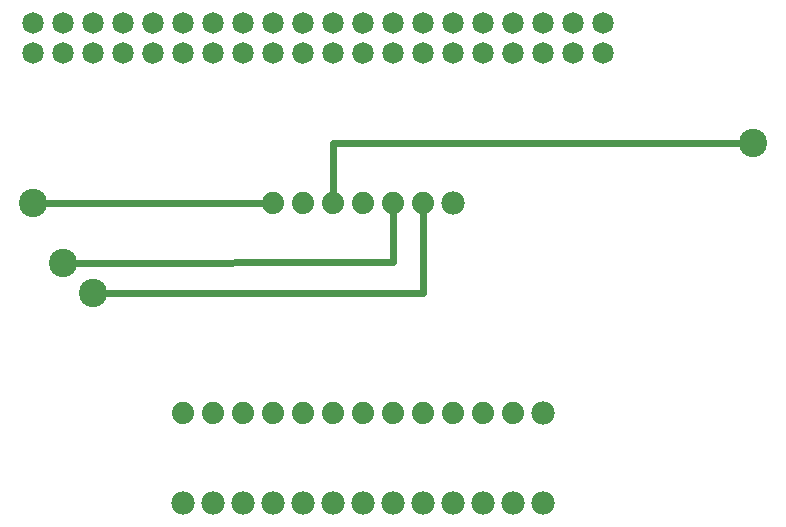
<source format=gbl>
G04 MADE WITH FRITZING*
G04 WWW.FRITZING.ORG*
G04 DOUBLE SIDED*
G04 HOLES PLATED*
G04 CONTOUR ON CENTER OF CONTOUR VECTOR*
%ASAXBY*%
%FSLAX23Y23*%
%MOIN*%
%OFA0B0*%
%SFA1.0B1.0*%
%ADD10C,0.094488*%
%ADD11C,0.071889*%
%ADD12C,0.071917*%
%ADD13C,0.078000*%
%ADD14C,0.074000*%
%ADD15C,0.024000*%
%LNCOPPER0*%
G90*
G70*
G54D10*
X522Y1181D03*
X2722Y1681D03*
X422Y1281D03*
X322Y1481D03*
G54D11*
X322Y1981D03*
X422Y1981D03*
X522Y1981D03*
X622Y1981D03*
G54D12*
X722Y1981D03*
G54D11*
X822Y1981D03*
X922Y1981D03*
X1022Y1981D03*
X1122Y1981D03*
G54D12*
X1222Y1981D03*
G54D11*
X1322Y1981D03*
G54D12*
X1422Y1981D03*
G54D11*
X1522Y1981D03*
X1622Y1981D03*
X1722Y1981D03*
X1822Y1981D03*
G54D12*
X1922Y1981D03*
G54D11*
X2022Y1981D03*
X2122Y1981D03*
X2222Y1981D03*
X2222Y2081D03*
X2122Y2081D03*
X2022Y2081D03*
G54D12*
X1922Y2081D03*
G54D11*
X1822Y2081D03*
X1722Y2081D03*
X1622Y2081D03*
X1522Y2081D03*
G54D12*
X1422Y2081D03*
G54D11*
X1322Y2081D03*
G54D12*
X1222Y2081D03*
G54D11*
X1122Y2081D03*
X1022Y2081D03*
X922Y2081D03*
X822Y2081D03*
G54D12*
X722Y2081D03*
G54D11*
X622Y2081D03*
X522Y2081D03*
X422Y2081D03*
X322Y2081D03*
G54D13*
X2022Y781D03*
X1722Y1481D03*
G54D14*
X1422Y781D03*
X1122Y1481D03*
X1022Y781D03*
X1622Y781D03*
X1222Y781D03*
X822Y781D03*
X1522Y781D03*
X1322Y781D03*
X1122Y781D03*
X922Y781D03*
X1622Y1481D03*
X1222Y1481D03*
X1522Y1481D03*
X1422Y1481D03*
X1322Y1481D03*
X1922Y781D03*
X1822Y781D03*
X1722Y781D03*
G54D13*
X822Y481D03*
X922Y481D03*
X1022Y481D03*
X1122Y481D03*
X1222Y481D03*
X1322Y481D03*
X1422Y481D03*
X1522Y481D03*
X1622Y481D03*
X1722Y481D03*
X1822Y481D03*
X1922Y481D03*
X2022Y481D03*
G54D15*
X349Y1481D02*
X1091Y1481D01*
D02*
X1523Y1282D02*
X449Y1281D01*
D02*
X1522Y1450D02*
X1523Y1282D01*
D02*
X1621Y1181D02*
X1622Y1450D01*
D02*
X549Y1181D02*
X1621Y1181D01*
D02*
X2695Y1681D02*
X1321Y1681D01*
D02*
X1321Y1681D02*
X1322Y1512D01*
G04 End of Copper0*
M02*
</source>
